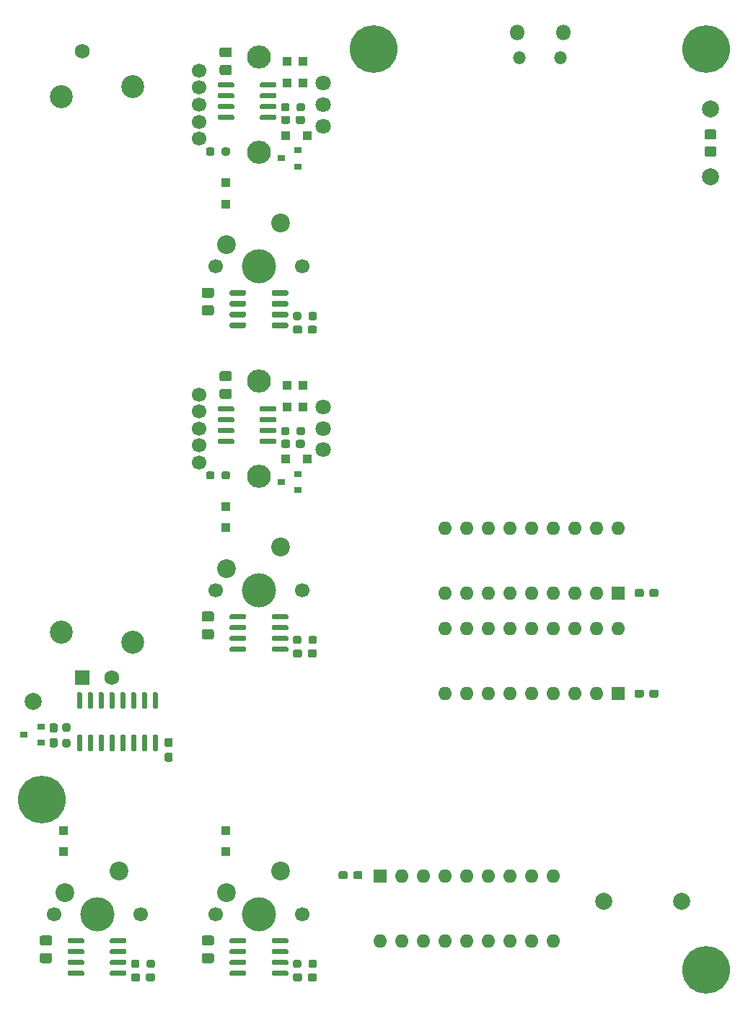
<source format=gbs>
%TF.GenerationSoftware,KiCad,Pcbnew,5.1.9-73d0e3b20d~88~ubuntu20.04.1*%
%TF.CreationDate,2021-03-17T19:49:15+01:00*%
%TF.ProjectId,TestBoard,54657374-426f-4617-9264-2e6b69636164,rev?*%
%TF.SameCoordinates,Original*%
%TF.FileFunction,Soldermask,Bot*%
%TF.FilePolarity,Negative*%
%FSLAX46Y46*%
G04 Gerber Fmt 4.6, Leading zero omitted, Abs format (unit mm)*
G04 Created by KiCad (PCBNEW 5.1.9-73d0e3b20d~88~ubuntu20.04.1) date 2021-03-17 19:49:15*
%MOMM*%
%LPD*%
G01*
G04 APERTURE LIST*
%ADD10O,1.500000X1.500000*%
%ADD11O,1.800000X1.800000*%
%ADD12O,1.600000X1.600000*%
%ADD13R,1.600000X1.600000*%
%ADD14C,5.600000*%
%ADD15R,0.900000X0.800000*%
%ADD16C,2.000000*%
%ADD17C,1.700000*%
%ADD18C,4.000000*%
%ADD19C,2.200000*%
%ADD20O,2.800000X2.700000*%
%ADD21C,1.800000*%
%ADD22C,2.700000*%
%ADD23C,1.750000*%
%ADD24R,1.750000X1.750000*%
%ADD25R,1.000000X1.000000*%
G04 APERTURE END LIST*
D10*
%TO.C,U6*%
X129425000Y-74530000D03*
X124575000Y-74530000D03*
D11*
X129725000Y-71500000D03*
X124275000Y-71500000D03*
%TD*%
D12*
%TO.C,U2*%
X136200000Y-129680000D03*
X115880000Y-137300000D03*
X133660000Y-129680000D03*
X118420000Y-137300000D03*
X131120000Y-129680000D03*
X120960000Y-137300000D03*
X128580000Y-129680000D03*
X123500000Y-137300000D03*
X126040000Y-129680000D03*
X126040000Y-137300000D03*
X123500000Y-129680000D03*
X128580000Y-137300000D03*
X120960000Y-129680000D03*
X131120000Y-137300000D03*
X118420000Y-129680000D03*
X133660000Y-137300000D03*
X115880000Y-129680000D03*
D13*
X136200000Y-137300000D03*
%TD*%
D14*
%TO.C,REF\u002A\u002A*%
X68500000Y-161500000D03*
%TD*%
%TO.C,REF\u002A\u002A*%
X107500000Y-73500000D03*
%TD*%
%TO.C,REF\u002A\u002A*%
X146500000Y-181500000D03*
%TD*%
%TO.C,REF\u002A\u002A*%
X146500000Y-73500000D03*
%TD*%
%TO.C,C17*%
G36*
G01*
X83637500Y-155375000D02*
X83162500Y-155375000D01*
G75*
G02*
X82925000Y-155137500I0J237500D01*
G01*
X82925000Y-154537500D01*
G75*
G02*
X83162500Y-154300000I237500J0D01*
G01*
X83637500Y-154300000D01*
G75*
G02*
X83875000Y-154537500I0J-237500D01*
G01*
X83875000Y-155137500D01*
G75*
G02*
X83637500Y-155375000I-237500J0D01*
G01*
G37*
G36*
G01*
X83637500Y-157100000D02*
X83162500Y-157100000D01*
G75*
G02*
X82925000Y-156862500I0J237500D01*
G01*
X82925000Y-156262500D01*
G75*
G02*
X83162500Y-156025000I237500J0D01*
G01*
X83637500Y-156025000D01*
G75*
G02*
X83875000Y-156262500I0J-237500D01*
G01*
X83875000Y-156862500D01*
G75*
G02*
X83637500Y-157100000I-237500J0D01*
G01*
G37*
%TD*%
%TO.C,U12*%
G36*
G01*
X95500000Y-182055000D02*
X95500000Y-181755000D01*
G75*
G02*
X95650000Y-181605000I150000J0D01*
G01*
X97300000Y-181605000D01*
G75*
G02*
X97450000Y-181755000I0J-150000D01*
G01*
X97450000Y-182055000D01*
G75*
G02*
X97300000Y-182205000I-150000J0D01*
G01*
X95650000Y-182205000D01*
G75*
G02*
X95500000Y-182055000I0J150000D01*
G01*
G37*
G36*
G01*
X95500000Y-180785000D02*
X95500000Y-180485000D01*
G75*
G02*
X95650000Y-180335000I150000J0D01*
G01*
X97300000Y-180335000D01*
G75*
G02*
X97450000Y-180485000I0J-150000D01*
G01*
X97450000Y-180785000D01*
G75*
G02*
X97300000Y-180935000I-150000J0D01*
G01*
X95650000Y-180935000D01*
G75*
G02*
X95500000Y-180785000I0J150000D01*
G01*
G37*
G36*
G01*
X95500000Y-179515000D02*
X95500000Y-179215000D01*
G75*
G02*
X95650000Y-179065000I150000J0D01*
G01*
X97300000Y-179065000D01*
G75*
G02*
X97450000Y-179215000I0J-150000D01*
G01*
X97450000Y-179515000D01*
G75*
G02*
X97300000Y-179665000I-150000J0D01*
G01*
X95650000Y-179665000D01*
G75*
G02*
X95500000Y-179515000I0J150000D01*
G01*
G37*
G36*
G01*
X95500000Y-178245000D02*
X95500000Y-177945000D01*
G75*
G02*
X95650000Y-177795000I150000J0D01*
G01*
X97300000Y-177795000D01*
G75*
G02*
X97450000Y-177945000I0J-150000D01*
G01*
X97450000Y-178245000D01*
G75*
G02*
X97300000Y-178395000I-150000J0D01*
G01*
X95650000Y-178395000D01*
G75*
G02*
X95500000Y-178245000I0J150000D01*
G01*
G37*
G36*
G01*
X90550000Y-178245000D02*
X90550000Y-177945000D01*
G75*
G02*
X90700000Y-177795000I150000J0D01*
G01*
X92350000Y-177795000D01*
G75*
G02*
X92500000Y-177945000I0J-150000D01*
G01*
X92500000Y-178245000D01*
G75*
G02*
X92350000Y-178395000I-150000J0D01*
G01*
X90700000Y-178395000D01*
G75*
G02*
X90550000Y-178245000I0J150000D01*
G01*
G37*
G36*
G01*
X90550000Y-179515000D02*
X90550000Y-179215000D01*
G75*
G02*
X90700000Y-179065000I150000J0D01*
G01*
X92350000Y-179065000D01*
G75*
G02*
X92500000Y-179215000I0J-150000D01*
G01*
X92500000Y-179515000D01*
G75*
G02*
X92350000Y-179665000I-150000J0D01*
G01*
X90700000Y-179665000D01*
G75*
G02*
X90550000Y-179515000I0J150000D01*
G01*
G37*
G36*
G01*
X90550000Y-180785000D02*
X90550000Y-180485000D01*
G75*
G02*
X90700000Y-180335000I150000J0D01*
G01*
X92350000Y-180335000D01*
G75*
G02*
X92500000Y-180485000I0J-150000D01*
G01*
X92500000Y-180785000D01*
G75*
G02*
X92350000Y-180935000I-150000J0D01*
G01*
X90700000Y-180935000D01*
G75*
G02*
X90550000Y-180785000I0J150000D01*
G01*
G37*
G36*
G01*
X90550000Y-182055000D02*
X90550000Y-181755000D01*
G75*
G02*
X90700000Y-181605000I150000J0D01*
G01*
X92350000Y-181605000D01*
G75*
G02*
X92500000Y-181755000I0J-150000D01*
G01*
X92500000Y-182055000D01*
G75*
G02*
X92350000Y-182205000I-150000J0D01*
G01*
X90700000Y-182205000D01*
G75*
G02*
X90550000Y-182055000I0J150000D01*
G01*
G37*
%TD*%
%TO.C,U11*%
G36*
G01*
X76500000Y-182055000D02*
X76500000Y-181755000D01*
G75*
G02*
X76650000Y-181605000I150000J0D01*
G01*
X78300000Y-181605000D01*
G75*
G02*
X78450000Y-181755000I0J-150000D01*
G01*
X78450000Y-182055000D01*
G75*
G02*
X78300000Y-182205000I-150000J0D01*
G01*
X76650000Y-182205000D01*
G75*
G02*
X76500000Y-182055000I0J150000D01*
G01*
G37*
G36*
G01*
X76500000Y-180785000D02*
X76500000Y-180485000D01*
G75*
G02*
X76650000Y-180335000I150000J0D01*
G01*
X78300000Y-180335000D01*
G75*
G02*
X78450000Y-180485000I0J-150000D01*
G01*
X78450000Y-180785000D01*
G75*
G02*
X78300000Y-180935000I-150000J0D01*
G01*
X76650000Y-180935000D01*
G75*
G02*
X76500000Y-180785000I0J150000D01*
G01*
G37*
G36*
G01*
X76500000Y-179515000D02*
X76500000Y-179215000D01*
G75*
G02*
X76650000Y-179065000I150000J0D01*
G01*
X78300000Y-179065000D01*
G75*
G02*
X78450000Y-179215000I0J-150000D01*
G01*
X78450000Y-179515000D01*
G75*
G02*
X78300000Y-179665000I-150000J0D01*
G01*
X76650000Y-179665000D01*
G75*
G02*
X76500000Y-179515000I0J150000D01*
G01*
G37*
G36*
G01*
X76500000Y-178245000D02*
X76500000Y-177945000D01*
G75*
G02*
X76650000Y-177795000I150000J0D01*
G01*
X78300000Y-177795000D01*
G75*
G02*
X78450000Y-177945000I0J-150000D01*
G01*
X78450000Y-178245000D01*
G75*
G02*
X78300000Y-178395000I-150000J0D01*
G01*
X76650000Y-178395000D01*
G75*
G02*
X76500000Y-178245000I0J150000D01*
G01*
G37*
G36*
G01*
X71550000Y-178245000D02*
X71550000Y-177945000D01*
G75*
G02*
X71700000Y-177795000I150000J0D01*
G01*
X73350000Y-177795000D01*
G75*
G02*
X73500000Y-177945000I0J-150000D01*
G01*
X73500000Y-178245000D01*
G75*
G02*
X73350000Y-178395000I-150000J0D01*
G01*
X71700000Y-178395000D01*
G75*
G02*
X71550000Y-178245000I0J150000D01*
G01*
G37*
G36*
G01*
X71550000Y-179515000D02*
X71550000Y-179215000D01*
G75*
G02*
X71700000Y-179065000I150000J0D01*
G01*
X73350000Y-179065000D01*
G75*
G02*
X73500000Y-179215000I0J-150000D01*
G01*
X73500000Y-179515000D01*
G75*
G02*
X73350000Y-179665000I-150000J0D01*
G01*
X71700000Y-179665000D01*
G75*
G02*
X71550000Y-179515000I0J150000D01*
G01*
G37*
G36*
G01*
X71550000Y-180785000D02*
X71550000Y-180485000D01*
G75*
G02*
X71700000Y-180335000I150000J0D01*
G01*
X73350000Y-180335000D01*
G75*
G02*
X73500000Y-180485000I0J-150000D01*
G01*
X73500000Y-180785000D01*
G75*
G02*
X73350000Y-180935000I-150000J0D01*
G01*
X71700000Y-180935000D01*
G75*
G02*
X71550000Y-180785000I0J150000D01*
G01*
G37*
G36*
G01*
X71550000Y-182055000D02*
X71550000Y-181755000D01*
G75*
G02*
X71700000Y-181605000I150000J0D01*
G01*
X73350000Y-181605000D01*
G75*
G02*
X73500000Y-181755000I0J-150000D01*
G01*
X73500000Y-182055000D01*
G75*
G02*
X73350000Y-182205000I-150000J0D01*
G01*
X71700000Y-182205000D01*
G75*
G02*
X71550000Y-182055000I0J150000D01*
G01*
G37*
%TD*%
%TO.C,U10*%
G36*
G01*
X94100000Y-81655000D02*
X94100000Y-81355000D01*
G75*
G02*
X94250000Y-81205000I150000J0D01*
G01*
X95900000Y-81205000D01*
G75*
G02*
X96050000Y-81355000I0J-150000D01*
G01*
X96050000Y-81655000D01*
G75*
G02*
X95900000Y-81805000I-150000J0D01*
G01*
X94250000Y-81805000D01*
G75*
G02*
X94100000Y-81655000I0J150000D01*
G01*
G37*
G36*
G01*
X94100000Y-80385000D02*
X94100000Y-80085000D01*
G75*
G02*
X94250000Y-79935000I150000J0D01*
G01*
X95900000Y-79935000D01*
G75*
G02*
X96050000Y-80085000I0J-150000D01*
G01*
X96050000Y-80385000D01*
G75*
G02*
X95900000Y-80535000I-150000J0D01*
G01*
X94250000Y-80535000D01*
G75*
G02*
X94100000Y-80385000I0J150000D01*
G01*
G37*
G36*
G01*
X94100000Y-79115000D02*
X94100000Y-78815000D01*
G75*
G02*
X94250000Y-78665000I150000J0D01*
G01*
X95900000Y-78665000D01*
G75*
G02*
X96050000Y-78815000I0J-150000D01*
G01*
X96050000Y-79115000D01*
G75*
G02*
X95900000Y-79265000I-150000J0D01*
G01*
X94250000Y-79265000D01*
G75*
G02*
X94100000Y-79115000I0J150000D01*
G01*
G37*
G36*
G01*
X94100000Y-77845000D02*
X94100000Y-77545000D01*
G75*
G02*
X94250000Y-77395000I150000J0D01*
G01*
X95900000Y-77395000D01*
G75*
G02*
X96050000Y-77545000I0J-150000D01*
G01*
X96050000Y-77845000D01*
G75*
G02*
X95900000Y-77995000I-150000J0D01*
G01*
X94250000Y-77995000D01*
G75*
G02*
X94100000Y-77845000I0J150000D01*
G01*
G37*
G36*
G01*
X89150000Y-77845000D02*
X89150000Y-77545000D01*
G75*
G02*
X89300000Y-77395000I150000J0D01*
G01*
X90950000Y-77395000D01*
G75*
G02*
X91100000Y-77545000I0J-150000D01*
G01*
X91100000Y-77845000D01*
G75*
G02*
X90950000Y-77995000I-150000J0D01*
G01*
X89300000Y-77995000D01*
G75*
G02*
X89150000Y-77845000I0J150000D01*
G01*
G37*
G36*
G01*
X89150000Y-79115000D02*
X89150000Y-78815000D01*
G75*
G02*
X89300000Y-78665000I150000J0D01*
G01*
X90950000Y-78665000D01*
G75*
G02*
X91100000Y-78815000I0J-150000D01*
G01*
X91100000Y-79115000D01*
G75*
G02*
X90950000Y-79265000I-150000J0D01*
G01*
X89300000Y-79265000D01*
G75*
G02*
X89150000Y-79115000I0J150000D01*
G01*
G37*
G36*
G01*
X89150000Y-80385000D02*
X89150000Y-80085000D01*
G75*
G02*
X89300000Y-79935000I150000J0D01*
G01*
X90950000Y-79935000D01*
G75*
G02*
X91100000Y-80085000I0J-150000D01*
G01*
X91100000Y-80385000D01*
G75*
G02*
X90950000Y-80535000I-150000J0D01*
G01*
X89300000Y-80535000D01*
G75*
G02*
X89150000Y-80385000I0J150000D01*
G01*
G37*
G36*
G01*
X89150000Y-81655000D02*
X89150000Y-81355000D01*
G75*
G02*
X89300000Y-81205000I150000J0D01*
G01*
X90950000Y-81205000D01*
G75*
G02*
X91100000Y-81355000I0J-150000D01*
G01*
X91100000Y-81655000D01*
G75*
G02*
X90950000Y-81805000I-150000J0D01*
G01*
X89300000Y-81805000D01*
G75*
G02*
X89150000Y-81655000I0J150000D01*
G01*
G37*
%TD*%
%TO.C,U9*%
G36*
G01*
X95500000Y-106055000D02*
X95500000Y-105755000D01*
G75*
G02*
X95650000Y-105605000I150000J0D01*
G01*
X97300000Y-105605000D01*
G75*
G02*
X97450000Y-105755000I0J-150000D01*
G01*
X97450000Y-106055000D01*
G75*
G02*
X97300000Y-106205000I-150000J0D01*
G01*
X95650000Y-106205000D01*
G75*
G02*
X95500000Y-106055000I0J150000D01*
G01*
G37*
G36*
G01*
X95500000Y-104785000D02*
X95500000Y-104485000D01*
G75*
G02*
X95650000Y-104335000I150000J0D01*
G01*
X97300000Y-104335000D01*
G75*
G02*
X97450000Y-104485000I0J-150000D01*
G01*
X97450000Y-104785000D01*
G75*
G02*
X97300000Y-104935000I-150000J0D01*
G01*
X95650000Y-104935000D01*
G75*
G02*
X95500000Y-104785000I0J150000D01*
G01*
G37*
G36*
G01*
X95500000Y-103515000D02*
X95500000Y-103215000D01*
G75*
G02*
X95650000Y-103065000I150000J0D01*
G01*
X97300000Y-103065000D01*
G75*
G02*
X97450000Y-103215000I0J-150000D01*
G01*
X97450000Y-103515000D01*
G75*
G02*
X97300000Y-103665000I-150000J0D01*
G01*
X95650000Y-103665000D01*
G75*
G02*
X95500000Y-103515000I0J150000D01*
G01*
G37*
G36*
G01*
X95500000Y-102245000D02*
X95500000Y-101945000D01*
G75*
G02*
X95650000Y-101795000I150000J0D01*
G01*
X97300000Y-101795000D01*
G75*
G02*
X97450000Y-101945000I0J-150000D01*
G01*
X97450000Y-102245000D01*
G75*
G02*
X97300000Y-102395000I-150000J0D01*
G01*
X95650000Y-102395000D01*
G75*
G02*
X95500000Y-102245000I0J150000D01*
G01*
G37*
G36*
G01*
X90550000Y-102245000D02*
X90550000Y-101945000D01*
G75*
G02*
X90700000Y-101795000I150000J0D01*
G01*
X92350000Y-101795000D01*
G75*
G02*
X92500000Y-101945000I0J-150000D01*
G01*
X92500000Y-102245000D01*
G75*
G02*
X92350000Y-102395000I-150000J0D01*
G01*
X90700000Y-102395000D01*
G75*
G02*
X90550000Y-102245000I0J150000D01*
G01*
G37*
G36*
G01*
X90550000Y-103515000D02*
X90550000Y-103215000D01*
G75*
G02*
X90700000Y-103065000I150000J0D01*
G01*
X92350000Y-103065000D01*
G75*
G02*
X92500000Y-103215000I0J-150000D01*
G01*
X92500000Y-103515000D01*
G75*
G02*
X92350000Y-103665000I-150000J0D01*
G01*
X90700000Y-103665000D01*
G75*
G02*
X90550000Y-103515000I0J150000D01*
G01*
G37*
G36*
G01*
X90550000Y-104785000D02*
X90550000Y-104485000D01*
G75*
G02*
X90700000Y-104335000I150000J0D01*
G01*
X92350000Y-104335000D01*
G75*
G02*
X92500000Y-104485000I0J-150000D01*
G01*
X92500000Y-104785000D01*
G75*
G02*
X92350000Y-104935000I-150000J0D01*
G01*
X90700000Y-104935000D01*
G75*
G02*
X90550000Y-104785000I0J150000D01*
G01*
G37*
G36*
G01*
X90550000Y-106055000D02*
X90550000Y-105755000D01*
G75*
G02*
X90700000Y-105605000I150000J0D01*
G01*
X92350000Y-105605000D01*
G75*
G02*
X92500000Y-105755000I0J-150000D01*
G01*
X92500000Y-106055000D01*
G75*
G02*
X92350000Y-106205000I-150000J0D01*
G01*
X90700000Y-106205000D01*
G75*
G02*
X90550000Y-106055000I0J150000D01*
G01*
G37*
%TD*%
%TO.C,U8*%
G36*
G01*
X94100000Y-119655000D02*
X94100000Y-119355000D01*
G75*
G02*
X94250000Y-119205000I150000J0D01*
G01*
X95900000Y-119205000D01*
G75*
G02*
X96050000Y-119355000I0J-150000D01*
G01*
X96050000Y-119655000D01*
G75*
G02*
X95900000Y-119805000I-150000J0D01*
G01*
X94250000Y-119805000D01*
G75*
G02*
X94100000Y-119655000I0J150000D01*
G01*
G37*
G36*
G01*
X94100000Y-118385000D02*
X94100000Y-118085000D01*
G75*
G02*
X94250000Y-117935000I150000J0D01*
G01*
X95900000Y-117935000D01*
G75*
G02*
X96050000Y-118085000I0J-150000D01*
G01*
X96050000Y-118385000D01*
G75*
G02*
X95900000Y-118535000I-150000J0D01*
G01*
X94250000Y-118535000D01*
G75*
G02*
X94100000Y-118385000I0J150000D01*
G01*
G37*
G36*
G01*
X94100000Y-117115000D02*
X94100000Y-116815000D01*
G75*
G02*
X94250000Y-116665000I150000J0D01*
G01*
X95900000Y-116665000D01*
G75*
G02*
X96050000Y-116815000I0J-150000D01*
G01*
X96050000Y-117115000D01*
G75*
G02*
X95900000Y-117265000I-150000J0D01*
G01*
X94250000Y-117265000D01*
G75*
G02*
X94100000Y-117115000I0J150000D01*
G01*
G37*
G36*
G01*
X94100000Y-115845000D02*
X94100000Y-115545000D01*
G75*
G02*
X94250000Y-115395000I150000J0D01*
G01*
X95900000Y-115395000D01*
G75*
G02*
X96050000Y-115545000I0J-150000D01*
G01*
X96050000Y-115845000D01*
G75*
G02*
X95900000Y-115995000I-150000J0D01*
G01*
X94250000Y-115995000D01*
G75*
G02*
X94100000Y-115845000I0J150000D01*
G01*
G37*
G36*
G01*
X89150000Y-115845000D02*
X89150000Y-115545000D01*
G75*
G02*
X89300000Y-115395000I150000J0D01*
G01*
X90950000Y-115395000D01*
G75*
G02*
X91100000Y-115545000I0J-150000D01*
G01*
X91100000Y-115845000D01*
G75*
G02*
X90950000Y-115995000I-150000J0D01*
G01*
X89300000Y-115995000D01*
G75*
G02*
X89150000Y-115845000I0J150000D01*
G01*
G37*
G36*
G01*
X89150000Y-117115000D02*
X89150000Y-116815000D01*
G75*
G02*
X89300000Y-116665000I150000J0D01*
G01*
X90950000Y-116665000D01*
G75*
G02*
X91100000Y-116815000I0J-150000D01*
G01*
X91100000Y-117115000D01*
G75*
G02*
X90950000Y-117265000I-150000J0D01*
G01*
X89300000Y-117265000D01*
G75*
G02*
X89150000Y-117115000I0J150000D01*
G01*
G37*
G36*
G01*
X89150000Y-118385000D02*
X89150000Y-118085000D01*
G75*
G02*
X89300000Y-117935000I150000J0D01*
G01*
X90950000Y-117935000D01*
G75*
G02*
X91100000Y-118085000I0J-150000D01*
G01*
X91100000Y-118385000D01*
G75*
G02*
X90950000Y-118535000I-150000J0D01*
G01*
X89300000Y-118535000D01*
G75*
G02*
X89150000Y-118385000I0J150000D01*
G01*
G37*
G36*
G01*
X89150000Y-119655000D02*
X89150000Y-119355000D01*
G75*
G02*
X89300000Y-119205000I150000J0D01*
G01*
X90950000Y-119205000D01*
G75*
G02*
X91100000Y-119355000I0J-150000D01*
G01*
X91100000Y-119655000D01*
G75*
G02*
X90950000Y-119805000I-150000J0D01*
G01*
X89300000Y-119805000D01*
G75*
G02*
X89150000Y-119655000I0J150000D01*
G01*
G37*
%TD*%
%TO.C,U7*%
G36*
G01*
X95500000Y-144055000D02*
X95500000Y-143755000D01*
G75*
G02*
X95650000Y-143605000I150000J0D01*
G01*
X97300000Y-143605000D01*
G75*
G02*
X97450000Y-143755000I0J-150000D01*
G01*
X97450000Y-144055000D01*
G75*
G02*
X97300000Y-144205000I-150000J0D01*
G01*
X95650000Y-144205000D01*
G75*
G02*
X95500000Y-144055000I0J150000D01*
G01*
G37*
G36*
G01*
X95500000Y-142785000D02*
X95500000Y-142485000D01*
G75*
G02*
X95650000Y-142335000I150000J0D01*
G01*
X97300000Y-142335000D01*
G75*
G02*
X97450000Y-142485000I0J-150000D01*
G01*
X97450000Y-142785000D01*
G75*
G02*
X97300000Y-142935000I-150000J0D01*
G01*
X95650000Y-142935000D01*
G75*
G02*
X95500000Y-142785000I0J150000D01*
G01*
G37*
G36*
G01*
X95500000Y-141515000D02*
X95500000Y-141215000D01*
G75*
G02*
X95650000Y-141065000I150000J0D01*
G01*
X97300000Y-141065000D01*
G75*
G02*
X97450000Y-141215000I0J-150000D01*
G01*
X97450000Y-141515000D01*
G75*
G02*
X97300000Y-141665000I-150000J0D01*
G01*
X95650000Y-141665000D01*
G75*
G02*
X95500000Y-141515000I0J150000D01*
G01*
G37*
G36*
G01*
X95500000Y-140245000D02*
X95500000Y-139945000D01*
G75*
G02*
X95650000Y-139795000I150000J0D01*
G01*
X97300000Y-139795000D01*
G75*
G02*
X97450000Y-139945000I0J-150000D01*
G01*
X97450000Y-140245000D01*
G75*
G02*
X97300000Y-140395000I-150000J0D01*
G01*
X95650000Y-140395000D01*
G75*
G02*
X95500000Y-140245000I0J150000D01*
G01*
G37*
G36*
G01*
X90550000Y-140245000D02*
X90550000Y-139945000D01*
G75*
G02*
X90700000Y-139795000I150000J0D01*
G01*
X92350000Y-139795000D01*
G75*
G02*
X92500000Y-139945000I0J-150000D01*
G01*
X92500000Y-140245000D01*
G75*
G02*
X92350000Y-140395000I-150000J0D01*
G01*
X90700000Y-140395000D01*
G75*
G02*
X90550000Y-140245000I0J150000D01*
G01*
G37*
G36*
G01*
X90550000Y-141515000D02*
X90550000Y-141215000D01*
G75*
G02*
X90700000Y-141065000I150000J0D01*
G01*
X92350000Y-141065000D01*
G75*
G02*
X92500000Y-141215000I0J-150000D01*
G01*
X92500000Y-141515000D01*
G75*
G02*
X92350000Y-141665000I-150000J0D01*
G01*
X90700000Y-141665000D01*
G75*
G02*
X90550000Y-141515000I0J150000D01*
G01*
G37*
G36*
G01*
X90550000Y-142785000D02*
X90550000Y-142485000D01*
G75*
G02*
X90700000Y-142335000I150000J0D01*
G01*
X92350000Y-142335000D01*
G75*
G02*
X92500000Y-142485000I0J-150000D01*
G01*
X92500000Y-142785000D01*
G75*
G02*
X92350000Y-142935000I-150000J0D01*
G01*
X90700000Y-142935000D01*
G75*
G02*
X90550000Y-142785000I0J150000D01*
G01*
G37*
G36*
G01*
X90550000Y-144055000D02*
X90550000Y-143755000D01*
G75*
G02*
X90700000Y-143605000I150000J0D01*
G01*
X92350000Y-143605000D01*
G75*
G02*
X92500000Y-143755000I0J-150000D01*
G01*
X92500000Y-144055000D01*
G75*
G02*
X92350000Y-144205000I-150000J0D01*
G01*
X90700000Y-144205000D01*
G75*
G02*
X90550000Y-144055000I0J150000D01*
G01*
G37*
%TD*%
D12*
%TO.C,U5*%
X136200000Y-141480000D03*
X115880000Y-149100000D03*
X133660000Y-141480000D03*
X118420000Y-149100000D03*
X131120000Y-141480000D03*
X120960000Y-149100000D03*
X128580000Y-141480000D03*
X123500000Y-149100000D03*
X126040000Y-141480000D03*
X126040000Y-149100000D03*
X123500000Y-141480000D03*
X128580000Y-149100000D03*
X120960000Y-141480000D03*
X131120000Y-149100000D03*
X118420000Y-141480000D03*
X133660000Y-149100000D03*
X115880000Y-141480000D03*
D13*
X136200000Y-149100000D03*
%TD*%
%TO.C,U4*%
G36*
G01*
X72805000Y-153900000D02*
X73105000Y-153900000D01*
G75*
G02*
X73255000Y-154050000I0J-150000D01*
G01*
X73255000Y-155700000D01*
G75*
G02*
X73105000Y-155850000I-150000J0D01*
G01*
X72805000Y-155850000D01*
G75*
G02*
X72655000Y-155700000I0J150000D01*
G01*
X72655000Y-154050000D01*
G75*
G02*
X72805000Y-153900000I150000J0D01*
G01*
G37*
G36*
G01*
X74075000Y-153900000D02*
X74375000Y-153900000D01*
G75*
G02*
X74525000Y-154050000I0J-150000D01*
G01*
X74525000Y-155700000D01*
G75*
G02*
X74375000Y-155850000I-150000J0D01*
G01*
X74075000Y-155850000D01*
G75*
G02*
X73925000Y-155700000I0J150000D01*
G01*
X73925000Y-154050000D01*
G75*
G02*
X74075000Y-153900000I150000J0D01*
G01*
G37*
G36*
G01*
X75345000Y-153900000D02*
X75645000Y-153900000D01*
G75*
G02*
X75795000Y-154050000I0J-150000D01*
G01*
X75795000Y-155700000D01*
G75*
G02*
X75645000Y-155850000I-150000J0D01*
G01*
X75345000Y-155850000D01*
G75*
G02*
X75195000Y-155700000I0J150000D01*
G01*
X75195000Y-154050000D01*
G75*
G02*
X75345000Y-153900000I150000J0D01*
G01*
G37*
G36*
G01*
X76615000Y-153900000D02*
X76915000Y-153900000D01*
G75*
G02*
X77065000Y-154050000I0J-150000D01*
G01*
X77065000Y-155700000D01*
G75*
G02*
X76915000Y-155850000I-150000J0D01*
G01*
X76615000Y-155850000D01*
G75*
G02*
X76465000Y-155700000I0J150000D01*
G01*
X76465000Y-154050000D01*
G75*
G02*
X76615000Y-153900000I150000J0D01*
G01*
G37*
G36*
G01*
X77885000Y-153900000D02*
X78185000Y-153900000D01*
G75*
G02*
X78335000Y-154050000I0J-150000D01*
G01*
X78335000Y-155700000D01*
G75*
G02*
X78185000Y-155850000I-150000J0D01*
G01*
X77885000Y-155850000D01*
G75*
G02*
X77735000Y-155700000I0J150000D01*
G01*
X77735000Y-154050000D01*
G75*
G02*
X77885000Y-153900000I150000J0D01*
G01*
G37*
G36*
G01*
X79155000Y-153900000D02*
X79455000Y-153900000D01*
G75*
G02*
X79605000Y-154050000I0J-150000D01*
G01*
X79605000Y-155700000D01*
G75*
G02*
X79455000Y-155850000I-150000J0D01*
G01*
X79155000Y-155850000D01*
G75*
G02*
X79005000Y-155700000I0J150000D01*
G01*
X79005000Y-154050000D01*
G75*
G02*
X79155000Y-153900000I150000J0D01*
G01*
G37*
G36*
G01*
X80425000Y-153900000D02*
X80725000Y-153900000D01*
G75*
G02*
X80875000Y-154050000I0J-150000D01*
G01*
X80875000Y-155700000D01*
G75*
G02*
X80725000Y-155850000I-150000J0D01*
G01*
X80425000Y-155850000D01*
G75*
G02*
X80275000Y-155700000I0J150000D01*
G01*
X80275000Y-154050000D01*
G75*
G02*
X80425000Y-153900000I150000J0D01*
G01*
G37*
G36*
G01*
X81695000Y-153900000D02*
X81995000Y-153900000D01*
G75*
G02*
X82145000Y-154050000I0J-150000D01*
G01*
X82145000Y-155700000D01*
G75*
G02*
X81995000Y-155850000I-150000J0D01*
G01*
X81695000Y-155850000D01*
G75*
G02*
X81545000Y-155700000I0J150000D01*
G01*
X81545000Y-154050000D01*
G75*
G02*
X81695000Y-153900000I150000J0D01*
G01*
G37*
G36*
G01*
X81695000Y-148950000D02*
X81995000Y-148950000D01*
G75*
G02*
X82145000Y-149100000I0J-150000D01*
G01*
X82145000Y-150750000D01*
G75*
G02*
X81995000Y-150900000I-150000J0D01*
G01*
X81695000Y-150900000D01*
G75*
G02*
X81545000Y-150750000I0J150000D01*
G01*
X81545000Y-149100000D01*
G75*
G02*
X81695000Y-148950000I150000J0D01*
G01*
G37*
G36*
G01*
X80425000Y-148950000D02*
X80725000Y-148950000D01*
G75*
G02*
X80875000Y-149100000I0J-150000D01*
G01*
X80875000Y-150750000D01*
G75*
G02*
X80725000Y-150900000I-150000J0D01*
G01*
X80425000Y-150900000D01*
G75*
G02*
X80275000Y-150750000I0J150000D01*
G01*
X80275000Y-149100000D01*
G75*
G02*
X80425000Y-148950000I150000J0D01*
G01*
G37*
G36*
G01*
X79155000Y-148950000D02*
X79455000Y-148950000D01*
G75*
G02*
X79605000Y-149100000I0J-150000D01*
G01*
X79605000Y-150750000D01*
G75*
G02*
X79455000Y-150900000I-150000J0D01*
G01*
X79155000Y-150900000D01*
G75*
G02*
X79005000Y-150750000I0J150000D01*
G01*
X79005000Y-149100000D01*
G75*
G02*
X79155000Y-148950000I150000J0D01*
G01*
G37*
G36*
G01*
X77885000Y-148950000D02*
X78185000Y-148950000D01*
G75*
G02*
X78335000Y-149100000I0J-150000D01*
G01*
X78335000Y-150750000D01*
G75*
G02*
X78185000Y-150900000I-150000J0D01*
G01*
X77885000Y-150900000D01*
G75*
G02*
X77735000Y-150750000I0J150000D01*
G01*
X77735000Y-149100000D01*
G75*
G02*
X77885000Y-148950000I150000J0D01*
G01*
G37*
G36*
G01*
X76615000Y-148950000D02*
X76915000Y-148950000D01*
G75*
G02*
X77065000Y-149100000I0J-150000D01*
G01*
X77065000Y-150750000D01*
G75*
G02*
X76915000Y-150900000I-150000J0D01*
G01*
X76615000Y-150900000D01*
G75*
G02*
X76465000Y-150750000I0J150000D01*
G01*
X76465000Y-149100000D01*
G75*
G02*
X76615000Y-148950000I150000J0D01*
G01*
G37*
G36*
G01*
X75345000Y-148950000D02*
X75645000Y-148950000D01*
G75*
G02*
X75795000Y-149100000I0J-150000D01*
G01*
X75795000Y-150750000D01*
G75*
G02*
X75645000Y-150900000I-150000J0D01*
G01*
X75345000Y-150900000D01*
G75*
G02*
X75195000Y-150750000I0J150000D01*
G01*
X75195000Y-149100000D01*
G75*
G02*
X75345000Y-148950000I150000J0D01*
G01*
G37*
G36*
G01*
X74075000Y-148950000D02*
X74375000Y-148950000D01*
G75*
G02*
X74525000Y-149100000I0J-150000D01*
G01*
X74525000Y-150750000D01*
G75*
G02*
X74375000Y-150900000I-150000J0D01*
G01*
X74075000Y-150900000D01*
G75*
G02*
X73925000Y-150750000I0J150000D01*
G01*
X73925000Y-149100000D01*
G75*
G02*
X74075000Y-148950000I150000J0D01*
G01*
G37*
G36*
G01*
X72805000Y-148950000D02*
X73105000Y-148950000D01*
G75*
G02*
X73255000Y-149100000I0J-150000D01*
G01*
X73255000Y-150750000D01*
G75*
G02*
X73105000Y-150900000I-150000J0D01*
G01*
X72805000Y-150900000D01*
G75*
G02*
X72655000Y-150750000I0J150000D01*
G01*
X72655000Y-149100000D01*
G75*
G02*
X72805000Y-148950000I150000J0D01*
G01*
G37*
%TD*%
D12*
%TO.C,U3*%
X108200000Y-178120000D03*
X128520000Y-170500000D03*
X110740000Y-178120000D03*
X125980000Y-170500000D03*
X113280000Y-178120000D03*
X123440000Y-170500000D03*
X115820000Y-178120000D03*
X120900000Y-170500000D03*
X118360000Y-178120000D03*
X118360000Y-170500000D03*
X120900000Y-178120000D03*
X115820000Y-170500000D03*
X123440000Y-178120000D03*
X113280000Y-170500000D03*
X125980000Y-178120000D03*
X110740000Y-170500000D03*
X128520000Y-178120000D03*
D13*
X108200000Y-170500000D03*
%TD*%
D15*
%TO.C,U1*%
X66400000Y-153900000D03*
X68400000Y-154850000D03*
X68400000Y-152950000D03*
%TD*%
D16*
%TO.C,TP5*%
X143600000Y-173500000D03*
%TD*%
%TO.C,TP4*%
X147000000Y-88500000D03*
%TD*%
%TO.C,TP3*%
X67500000Y-150000000D03*
%TD*%
%TO.C,TP2*%
X147000000Y-80500000D03*
%TD*%
%TO.C,TP1*%
X134500000Y-173500000D03*
%TD*%
D17*
%TO.C,SW6*%
X99080000Y-175000000D03*
X88920000Y-175000000D03*
D18*
X94000000Y-175000000D03*
D19*
X90190000Y-172460000D03*
X96540000Y-169920000D03*
%TD*%
D17*
%TO.C,SW5*%
X80080000Y-175000000D03*
X69920000Y-175000000D03*
D18*
X75000000Y-175000000D03*
D19*
X71190000Y-172460000D03*
X77540000Y-169920000D03*
%TD*%
D20*
%TO.C,SW4*%
X94000000Y-74400000D03*
D17*
X87000000Y-76000000D03*
X87000000Y-78000000D03*
X87000000Y-80000000D03*
X87000000Y-82000000D03*
D20*
X94000000Y-85600000D03*
D21*
X101500000Y-77500000D03*
X101500000Y-80000000D03*
X101500000Y-82500000D03*
D17*
X87000000Y-84000000D03*
%TD*%
%TO.C,SW3*%
X99080000Y-99000000D03*
X88920000Y-99000000D03*
D18*
X94000000Y-99000000D03*
D19*
X90190000Y-96460000D03*
X96540000Y-93920000D03*
%TD*%
D20*
%TO.C,SW2*%
X94000000Y-112400000D03*
D17*
X87000000Y-114000000D03*
X87000000Y-116000000D03*
X87000000Y-118000000D03*
X87000000Y-120000000D03*
D20*
X94000000Y-123600000D03*
D21*
X101500000Y-115500000D03*
X101500000Y-118000000D03*
X101500000Y-120500000D03*
D17*
X87000000Y-122000000D03*
%TD*%
%TO.C,SW1*%
X99080000Y-137000000D03*
X88920000Y-137000000D03*
D18*
X94000000Y-137000000D03*
D19*
X90190000Y-134460000D03*
X96540000Y-131920000D03*
%TD*%
D22*
%TO.C,RV1*%
X79200000Y-77900000D03*
X79200000Y-143100000D03*
X70800000Y-79100000D03*
X70800000Y-141900000D03*
D23*
X73250000Y-73750000D03*
X76750000Y-147250000D03*
D24*
X73250000Y-147250000D03*
%TD*%
%TO.C,R10*%
G36*
G01*
X99825000Y-181037500D02*
X99825000Y-180562500D01*
G75*
G02*
X100062500Y-180325000I237500J0D01*
G01*
X100562500Y-180325000D01*
G75*
G02*
X100800000Y-180562500I0J-237500D01*
G01*
X100800000Y-181037500D01*
G75*
G02*
X100562500Y-181275000I-237500J0D01*
G01*
X100062500Y-181275000D01*
G75*
G02*
X99825000Y-181037500I0J237500D01*
G01*
G37*
G36*
G01*
X98000000Y-181037500D02*
X98000000Y-180562500D01*
G75*
G02*
X98237500Y-180325000I237500J0D01*
G01*
X98737500Y-180325000D01*
G75*
G02*
X98975000Y-180562500I0J-237500D01*
G01*
X98975000Y-181037500D01*
G75*
G02*
X98737500Y-181275000I-237500J0D01*
G01*
X98237500Y-181275000D01*
G75*
G02*
X98000000Y-181037500I0J237500D01*
G01*
G37*
%TD*%
%TO.C,R9*%
G36*
G01*
X80825000Y-181037500D02*
X80825000Y-180562500D01*
G75*
G02*
X81062500Y-180325000I237500J0D01*
G01*
X81562500Y-180325000D01*
G75*
G02*
X81800000Y-180562500I0J-237500D01*
G01*
X81800000Y-181037500D01*
G75*
G02*
X81562500Y-181275000I-237500J0D01*
G01*
X81062500Y-181275000D01*
G75*
G02*
X80825000Y-181037500I0J237500D01*
G01*
G37*
G36*
G01*
X79000000Y-181037500D02*
X79000000Y-180562500D01*
G75*
G02*
X79237500Y-180325000I237500J0D01*
G01*
X79737500Y-180325000D01*
G75*
G02*
X79975000Y-180562500I0J-237500D01*
G01*
X79975000Y-181037500D01*
G75*
G02*
X79737500Y-181275000I-237500J0D01*
G01*
X79237500Y-181275000D01*
G75*
G02*
X79000000Y-181037500I0J237500D01*
G01*
G37*
%TD*%
%TO.C,R8*%
G36*
G01*
X89625000Y-85737500D02*
X89625000Y-85262500D01*
G75*
G02*
X89862500Y-85025000I237500J0D01*
G01*
X90362500Y-85025000D01*
G75*
G02*
X90600000Y-85262500I0J-237500D01*
G01*
X90600000Y-85737500D01*
G75*
G02*
X90362500Y-85975000I-237500J0D01*
G01*
X89862500Y-85975000D01*
G75*
G02*
X89625000Y-85737500I0J237500D01*
G01*
G37*
G36*
G01*
X87800000Y-85737500D02*
X87800000Y-85262500D01*
G75*
G02*
X88037500Y-85025000I237500J0D01*
G01*
X88537500Y-85025000D01*
G75*
G02*
X88775000Y-85262500I0J-237500D01*
G01*
X88775000Y-85737500D01*
G75*
G02*
X88537500Y-85975000I-237500J0D01*
G01*
X88037500Y-85975000D01*
G75*
G02*
X87800000Y-85737500I0J237500D01*
G01*
G37*
%TD*%
%TO.C,R7*%
G36*
G01*
X98425000Y-80537500D02*
X98425000Y-80062500D01*
G75*
G02*
X98662500Y-79825000I237500J0D01*
G01*
X99162500Y-79825000D01*
G75*
G02*
X99400000Y-80062500I0J-237500D01*
G01*
X99400000Y-80537500D01*
G75*
G02*
X99162500Y-80775000I-237500J0D01*
G01*
X98662500Y-80775000D01*
G75*
G02*
X98425000Y-80537500I0J237500D01*
G01*
G37*
G36*
G01*
X96600000Y-80537500D02*
X96600000Y-80062500D01*
G75*
G02*
X96837500Y-79825000I237500J0D01*
G01*
X97337500Y-79825000D01*
G75*
G02*
X97575000Y-80062500I0J-237500D01*
G01*
X97575000Y-80537500D01*
G75*
G02*
X97337500Y-80775000I-237500J0D01*
G01*
X96837500Y-80775000D01*
G75*
G02*
X96600000Y-80537500I0J237500D01*
G01*
G37*
%TD*%
%TO.C,R6*%
G36*
G01*
X99825000Y-105037500D02*
X99825000Y-104562500D01*
G75*
G02*
X100062500Y-104325000I237500J0D01*
G01*
X100562500Y-104325000D01*
G75*
G02*
X100800000Y-104562500I0J-237500D01*
G01*
X100800000Y-105037500D01*
G75*
G02*
X100562500Y-105275000I-237500J0D01*
G01*
X100062500Y-105275000D01*
G75*
G02*
X99825000Y-105037500I0J237500D01*
G01*
G37*
G36*
G01*
X98000000Y-105037500D02*
X98000000Y-104562500D01*
G75*
G02*
X98237500Y-104325000I237500J0D01*
G01*
X98737500Y-104325000D01*
G75*
G02*
X98975000Y-104562500I0J-237500D01*
G01*
X98975000Y-105037500D01*
G75*
G02*
X98737500Y-105275000I-237500J0D01*
G01*
X98237500Y-105275000D01*
G75*
G02*
X98000000Y-105037500I0J237500D01*
G01*
G37*
%TD*%
%TO.C,R5*%
G36*
G01*
X89625000Y-123737500D02*
X89625000Y-123262500D01*
G75*
G02*
X89862500Y-123025000I237500J0D01*
G01*
X90362500Y-123025000D01*
G75*
G02*
X90600000Y-123262500I0J-237500D01*
G01*
X90600000Y-123737500D01*
G75*
G02*
X90362500Y-123975000I-237500J0D01*
G01*
X89862500Y-123975000D01*
G75*
G02*
X89625000Y-123737500I0J237500D01*
G01*
G37*
G36*
G01*
X87800000Y-123737500D02*
X87800000Y-123262500D01*
G75*
G02*
X88037500Y-123025000I237500J0D01*
G01*
X88537500Y-123025000D01*
G75*
G02*
X88775000Y-123262500I0J-237500D01*
G01*
X88775000Y-123737500D01*
G75*
G02*
X88537500Y-123975000I-237500J0D01*
G01*
X88037500Y-123975000D01*
G75*
G02*
X87800000Y-123737500I0J237500D01*
G01*
G37*
%TD*%
%TO.C,R4*%
G36*
G01*
X98425000Y-118537500D02*
X98425000Y-118062500D01*
G75*
G02*
X98662500Y-117825000I237500J0D01*
G01*
X99162500Y-117825000D01*
G75*
G02*
X99400000Y-118062500I0J-237500D01*
G01*
X99400000Y-118537500D01*
G75*
G02*
X99162500Y-118775000I-237500J0D01*
G01*
X98662500Y-118775000D01*
G75*
G02*
X98425000Y-118537500I0J237500D01*
G01*
G37*
G36*
G01*
X96600000Y-118537500D02*
X96600000Y-118062500D01*
G75*
G02*
X96837500Y-117825000I237500J0D01*
G01*
X97337500Y-117825000D01*
G75*
G02*
X97575000Y-118062500I0J-237500D01*
G01*
X97575000Y-118537500D01*
G75*
G02*
X97337500Y-118775000I-237500J0D01*
G01*
X96837500Y-118775000D01*
G75*
G02*
X96600000Y-118537500I0J237500D01*
G01*
G37*
%TD*%
%TO.C,R3*%
G36*
G01*
X99825000Y-143037500D02*
X99825000Y-142562500D01*
G75*
G02*
X100062500Y-142325000I237500J0D01*
G01*
X100562500Y-142325000D01*
G75*
G02*
X100800000Y-142562500I0J-237500D01*
G01*
X100800000Y-143037500D01*
G75*
G02*
X100562500Y-143275000I-237500J0D01*
G01*
X100062500Y-143275000D01*
G75*
G02*
X99825000Y-143037500I0J237500D01*
G01*
G37*
G36*
G01*
X98000000Y-143037500D02*
X98000000Y-142562500D01*
G75*
G02*
X98237500Y-142325000I237500J0D01*
G01*
X98737500Y-142325000D01*
G75*
G02*
X98975000Y-142562500I0J-237500D01*
G01*
X98975000Y-143037500D01*
G75*
G02*
X98737500Y-143275000I-237500J0D01*
G01*
X98237500Y-143275000D01*
G75*
G02*
X98000000Y-143037500I0J237500D01*
G01*
G37*
%TD*%
%TO.C,R2*%
G36*
G01*
X147450001Y-84100000D02*
X146549999Y-84100000D01*
G75*
G02*
X146300000Y-83850001I0J249999D01*
G01*
X146300000Y-83149999D01*
G75*
G02*
X146549999Y-82900000I249999J0D01*
G01*
X147450001Y-82900000D01*
G75*
G02*
X147700000Y-83149999I0J-249999D01*
G01*
X147700000Y-83850001D01*
G75*
G02*
X147450001Y-84100000I-249999J0D01*
G01*
G37*
G36*
G01*
X147450001Y-86100000D02*
X146549999Y-86100000D01*
G75*
G02*
X146300000Y-85850001I0J249999D01*
G01*
X146300000Y-85149999D01*
G75*
G02*
X146549999Y-84900000I249999J0D01*
G01*
X147450001Y-84900000D01*
G75*
G02*
X147700000Y-85149999I0J-249999D01*
G01*
X147700000Y-85850001D01*
G75*
G02*
X147450001Y-86100000I-249999J0D01*
G01*
G37*
%TD*%
%TO.C,R1*%
G36*
G01*
X71637500Y-153575000D02*
X71162500Y-153575000D01*
G75*
G02*
X70925000Y-153337500I0J237500D01*
G01*
X70925000Y-152837500D01*
G75*
G02*
X71162500Y-152600000I237500J0D01*
G01*
X71637500Y-152600000D01*
G75*
G02*
X71875000Y-152837500I0J-237500D01*
G01*
X71875000Y-153337500D01*
G75*
G02*
X71637500Y-153575000I-237500J0D01*
G01*
G37*
G36*
G01*
X71637500Y-155400000D02*
X71162500Y-155400000D01*
G75*
G02*
X70925000Y-155162500I0J237500D01*
G01*
X70925000Y-154662500D01*
G75*
G02*
X71162500Y-154425000I237500J0D01*
G01*
X71637500Y-154425000D01*
G75*
G02*
X71875000Y-154662500I0J-237500D01*
G01*
X71875000Y-155162500D01*
G75*
G02*
X71637500Y-155400000I-237500J0D01*
G01*
G37*
%TD*%
D15*
%TO.C,Q2*%
X96600000Y-86300000D03*
X98600000Y-87250000D03*
X98600000Y-85350000D03*
%TD*%
%TO.C,Q1*%
X96600000Y-124300000D03*
X98600000Y-125250000D03*
X98600000Y-123350000D03*
%TD*%
D25*
%TO.C,D10*%
X90100000Y-167650000D03*
X90100000Y-165150000D03*
%TD*%
%TO.C,D9*%
X71100000Y-167650000D03*
X71100000Y-165150000D03*
%TD*%
%TO.C,D8*%
X99650000Y-83600000D03*
X97150000Y-83600000D03*
%TD*%
%TO.C,D7*%
X99200000Y-77450000D03*
X99200000Y-74950000D03*
%TD*%
%TO.C,D6*%
X97300000Y-77450000D03*
X97300000Y-74950000D03*
%TD*%
%TO.C,D5*%
X90100000Y-91650000D03*
X90100000Y-89150000D03*
%TD*%
%TO.C,D4*%
X99650000Y-121600000D03*
X97150000Y-121600000D03*
%TD*%
%TO.C,D3*%
X99200000Y-115450000D03*
X99200000Y-112950000D03*
%TD*%
%TO.C,D2*%
X97300000Y-115450000D03*
X97300000Y-112950000D03*
%TD*%
%TO.C,D1*%
X90100000Y-129650000D03*
X90100000Y-127150000D03*
%TD*%
%TO.C,C16*%
G36*
G01*
X88475000Y-178650000D02*
X87525000Y-178650000D01*
G75*
G02*
X87275000Y-178400000I0J250000D01*
G01*
X87275000Y-177725000D01*
G75*
G02*
X87525000Y-177475000I250000J0D01*
G01*
X88475000Y-177475000D01*
G75*
G02*
X88725000Y-177725000I0J-250000D01*
G01*
X88725000Y-178400000D01*
G75*
G02*
X88475000Y-178650000I-250000J0D01*
G01*
G37*
G36*
G01*
X88475000Y-180725000D02*
X87525000Y-180725000D01*
G75*
G02*
X87275000Y-180475000I0J250000D01*
G01*
X87275000Y-179800000D01*
G75*
G02*
X87525000Y-179550000I250000J0D01*
G01*
X88475000Y-179550000D01*
G75*
G02*
X88725000Y-179800000I0J-250000D01*
G01*
X88725000Y-180475000D01*
G75*
G02*
X88475000Y-180725000I-250000J0D01*
G01*
G37*
%TD*%
%TO.C,C15*%
G36*
G01*
X99725000Y-182637500D02*
X99725000Y-182162500D01*
G75*
G02*
X99962500Y-181925000I237500J0D01*
G01*
X100562500Y-181925000D01*
G75*
G02*
X100800000Y-182162500I0J-237500D01*
G01*
X100800000Y-182637500D01*
G75*
G02*
X100562500Y-182875000I-237500J0D01*
G01*
X99962500Y-182875000D01*
G75*
G02*
X99725000Y-182637500I0J237500D01*
G01*
G37*
G36*
G01*
X98000000Y-182637500D02*
X98000000Y-182162500D01*
G75*
G02*
X98237500Y-181925000I237500J0D01*
G01*
X98837500Y-181925000D01*
G75*
G02*
X99075000Y-182162500I0J-237500D01*
G01*
X99075000Y-182637500D01*
G75*
G02*
X98837500Y-182875000I-237500J0D01*
G01*
X98237500Y-182875000D01*
G75*
G02*
X98000000Y-182637500I0J237500D01*
G01*
G37*
%TD*%
%TO.C,C14*%
G36*
G01*
X69475000Y-178650000D02*
X68525000Y-178650000D01*
G75*
G02*
X68275000Y-178400000I0J250000D01*
G01*
X68275000Y-177725000D01*
G75*
G02*
X68525000Y-177475000I250000J0D01*
G01*
X69475000Y-177475000D01*
G75*
G02*
X69725000Y-177725000I0J-250000D01*
G01*
X69725000Y-178400000D01*
G75*
G02*
X69475000Y-178650000I-250000J0D01*
G01*
G37*
G36*
G01*
X69475000Y-180725000D02*
X68525000Y-180725000D01*
G75*
G02*
X68275000Y-180475000I0J250000D01*
G01*
X68275000Y-179800000D01*
G75*
G02*
X68525000Y-179550000I250000J0D01*
G01*
X69475000Y-179550000D01*
G75*
G02*
X69725000Y-179800000I0J-250000D01*
G01*
X69725000Y-180475000D01*
G75*
G02*
X69475000Y-180725000I-250000J0D01*
G01*
G37*
%TD*%
%TO.C,C13*%
G36*
G01*
X80725000Y-182637500D02*
X80725000Y-182162500D01*
G75*
G02*
X80962500Y-181925000I237500J0D01*
G01*
X81562500Y-181925000D01*
G75*
G02*
X81800000Y-182162500I0J-237500D01*
G01*
X81800000Y-182637500D01*
G75*
G02*
X81562500Y-182875000I-237500J0D01*
G01*
X80962500Y-182875000D01*
G75*
G02*
X80725000Y-182637500I0J237500D01*
G01*
G37*
G36*
G01*
X79000000Y-182637500D02*
X79000000Y-182162500D01*
G75*
G02*
X79237500Y-181925000I237500J0D01*
G01*
X79837500Y-181925000D01*
G75*
G02*
X80075000Y-182162500I0J-237500D01*
G01*
X80075000Y-182637500D01*
G75*
G02*
X79837500Y-182875000I-237500J0D01*
G01*
X79237500Y-182875000D01*
G75*
G02*
X79000000Y-182637500I0J237500D01*
G01*
G37*
%TD*%
%TO.C,C12*%
G36*
G01*
X89625000Y-75350000D02*
X90575000Y-75350000D01*
G75*
G02*
X90825000Y-75600000I0J-250000D01*
G01*
X90825000Y-76275000D01*
G75*
G02*
X90575000Y-76525000I-250000J0D01*
G01*
X89625000Y-76525000D01*
G75*
G02*
X89375000Y-76275000I0J250000D01*
G01*
X89375000Y-75600000D01*
G75*
G02*
X89625000Y-75350000I250000J0D01*
G01*
G37*
G36*
G01*
X89625000Y-73275000D02*
X90575000Y-73275000D01*
G75*
G02*
X90825000Y-73525000I0J-250000D01*
G01*
X90825000Y-74200000D01*
G75*
G02*
X90575000Y-74450000I-250000J0D01*
G01*
X89625000Y-74450000D01*
G75*
G02*
X89375000Y-74200000I0J250000D01*
G01*
X89375000Y-73525000D01*
G75*
G02*
X89625000Y-73275000I250000J0D01*
G01*
G37*
%TD*%
%TO.C,C11*%
G36*
G01*
X98325000Y-82037500D02*
X98325000Y-81562500D01*
G75*
G02*
X98562500Y-81325000I237500J0D01*
G01*
X99162500Y-81325000D01*
G75*
G02*
X99400000Y-81562500I0J-237500D01*
G01*
X99400000Y-82037500D01*
G75*
G02*
X99162500Y-82275000I-237500J0D01*
G01*
X98562500Y-82275000D01*
G75*
G02*
X98325000Y-82037500I0J237500D01*
G01*
G37*
G36*
G01*
X96600000Y-82037500D02*
X96600000Y-81562500D01*
G75*
G02*
X96837500Y-81325000I237500J0D01*
G01*
X97437500Y-81325000D01*
G75*
G02*
X97675000Y-81562500I0J-237500D01*
G01*
X97675000Y-82037500D01*
G75*
G02*
X97437500Y-82275000I-237500J0D01*
G01*
X96837500Y-82275000D01*
G75*
G02*
X96600000Y-82037500I0J237500D01*
G01*
G37*
%TD*%
%TO.C,C10*%
G36*
G01*
X88475000Y-102650000D02*
X87525000Y-102650000D01*
G75*
G02*
X87275000Y-102400000I0J250000D01*
G01*
X87275000Y-101725000D01*
G75*
G02*
X87525000Y-101475000I250000J0D01*
G01*
X88475000Y-101475000D01*
G75*
G02*
X88725000Y-101725000I0J-250000D01*
G01*
X88725000Y-102400000D01*
G75*
G02*
X88475000Y-102650000I-250000J0D01*
G01*
G37*
G36*
G01*
X88475000Y-104725000D02*
X87525000Y-104725000D01*
G75*
G02*
X87275000Y-104475000I0J250000D01*
G01*
X87275000Y-103800000D01*
G75*
G02*
X87525000Y-103550000I250000J0D01*
G01*
X88475000Y-103550000D01*
G75*
G02*
X88725000Y-103800000I0J-250000D01*
G01*
X88725000Y-104475000D01*
G75*
G02*
X88475000Y-104725000I-250000J0D01*
G01*
G37*
%TD*%
%TO.C,C9*%
G36*
G01*
X99725000Y-106637500D02*
X99725000Y-106162500D01*
G75*
G02*
X99962500Y-105925000I237500J0D01*
G01*
X100562500Y-105925000D01*
G75*
G02*
X100800000Y-106162500I0J-237500D01*
G01*
X100800000Y-106637500D01*
G75*
G02*
X100562500Y-106875000I-237500J0D01*
G01*
X99962500Y-106875000D01*
G75*
G02*
X99725000Y-106637500I0J237500D01*
G01*
G37*
G36*
G01*
X98000000Y-106637500D02*
X98000000Y-106162500D01*
G75*
G02*
X98237500Y-105925000I237500J0D01*
G01*
X98837500Y-105925000D01*
G75*
G02*
X99075000Y-106162500I0J-237500D01*
G01*
X99075000Y-106637500D01*
G75*
G02*
X98837500Y-106875000I-237500J0D01*
G01*
X98237500Y-106875000D01*
G75*
G02*
X98000000Y-106637500I0J237500D01*
G01*
G37*
%TD*%
%TO.C,C8*%
G36*
G01*
X89625000Y-113350000D02*
X90575000Y-113350000D01*
G75*
G02*
X90825000Y-113600000I0J-250000D01*
G01*
X90825000Y-114275000D01*
G75*
G02*
X90575000Y-114525000I-250000J0D01*
G01*
X89625000Y-114525000D01*
G75*
G02*
X89375000Y-114275000I0J250000D01*
G01*
X89375000Y-113600000D01*
G75*
G02*
X89625000Y-113350000I250000J0D01*
G01*
G37*
G36*
G01*
X89625000Y-111275000D02*
X90575000Y-111275000D01*
G75*
G02*
X90825000Y-111525000I0J-250000D01*
G01*
X90825000Y-112200000D01*
G75*
G02*
X90575000Y-112450000I-250000J0D01*
G01*
X89625000Y-112450000D01*
G75*
G02*
X89375000Y-112200000I0J250000D01*
G01*
X89375000Y-111525000D01*
G75*
G02*
X89625000Y-111275000I250000J0D01*
G01*
G37*
%TD*%
%TO.C,C7*%
G36*
G01*
X98325000Y-120037500D02*
X98325000Y-119562500D01*
G75*
G02*
X98562500Y-119325000I237500J0D01*
G01*
X99162500Y-119325000D01*
G75*
G02*
X99400000Y-119562500I0J-237500D01*
G01*
X99400000Y-120037500D01*
G75*
G02*
X99162500Y-120275000I-237500J0D01*
G01*
X98562500Y-120275000D01*
G75*
G02*
X98325000Y-120037500I0J237500D01*
G01*
G37*
G36*
G01*
X96600000Y-120037500D02*
X96600000Y-119562500D01*
G75*
G02*
X96837500Y-119325000I237500J0D01*
G01*
X97437500Y-119325000D01*
G75*
G02*
X97675000Y-119562500I0J-237500D01*
G01*
X97675000Y-120037500D01*
G75*
G02*
X97437500Y-120275000I-237500J0D01*
G01*
X96837500Y-120275000D01*
G75*
G02*
X96600000Y-120037500I0J237500D01*
G01*
G37*
%TD*%
%TO.C,C6*%
G36*
G01*
X88475000Y-140650000D02*
X87525000Y-140650000D01*
G75*
G02*
X87275000Y-140400000I0J250000D01*
G01*
X87275000Y-139725000D01*
G75*
G02*
X87525000Y-139475000I250000J0D01*
G01*
X88475000Y-139475000D01*
G75*
G02*
X88725000Y-139725000I0J-250000D01*
G01*
X88725000Y-140400000D01*
G75*
G02*
X88475000Y-140650000I-250000J0D01*
G01*
G37*
G36*
G01*
X88475000Y-142725000D02*
X87525000Y-142725000D01*
G75*
G02*
X87275000Y-142475000I0J250000D01*
G01*
X87275000Y-141800000D01*
G75*
G02*
X87525000Y-141550000I250000J0D01*
G01*
X88475000Y-141550000D01*
G75*
G02*
X88725000Y-141800000I0J-250000D01*
G01*
X88725000Y-142475000D01*
G75*
G02*
X88475000Y-142725000I-250000J0D01*
G01*
G37*
%TD*%
%TO.C,C5*%
G36*
G01*
X99725000Y-144637500D02*
X99725000Y-144162500D01*
G75*
G02*
X99962500Y-143925000I237500J0D01*
G01*
X100562500Y-143925000D01*
G75*
G02*
X100800000Y-144162500I0J-237500D01*
G01*
X100800000Y-144637500D01*
G75*
G02*
X100562500Y-144875000I-237500J0D01*
G01*
X99962500Y-144875000D01*
G75*
G02*
X99725000Y-144637500I0J237500D01*
G01*
G37*
G36*
G01*
X98000000Y-144637500D02*
X98000000Y-144162500D01*
G75*
G02*
X98237500Y-143925000I237500J0D01*
G01*
X98837500Y-143925000D01*
G75*
G02*
X99075000Y-144162500I0J-237500D01*
G01*
X99075000Y-144637500D01*
G75*
G02*
X98837500Y-144875000I-237500J0D01*
G01*
X98237500Y-144875000D01*
G75*
G02*
X98000000Y-144637500I0J237500D01*
G01*
G37*
%TD*%
%TO.C,C4*%
G36*
G01*
X139825000Y-137537500D02*
X139825000Y-137062500D01*
G75*
G02*
X140062500Y-136825000I237500J0D01*
G01*
X140662500Y-136825000D01*
G75*
G02*
X140900000Y-137062500I0J-237500D01*
G01*
X140900000Y-137537500D01*
G75*
G02*
X140662500Y-137775000I-237500J0D01*
G01*
X140062500Y-137775000D01*
G75*
G02*
X139825000Y-137537500I0J237500D01*
G01*
G37*
G36*
G01*
X138100000Y-137537500D02*
X138100000Y-137062500D01*
G75*
G02*
X138337500Y-136825000I237500J0D01*
G01*
X138937500Y-136825000D01*
G75*
G02*
X139175000Y-137062500I0J-237500D01*
G01*
X139175000Y-137537500D01*
G75*
G02*
X138937500Y-137775000I-237500J0D01*
G01*
X138337500Y-137775000D01*
G75*
G02*
X138100000Y-137537500I0J237500D01*
G01*
G37*
%TD*%
%TO.C,C3*%
G36*
G01*
X104425000Y-170162500D02*
X104425000Y-170637500D01*
G75*
G02*
X104187500Y-170875000I-237500J0D01*
G01*
X103587500Y-170875000D01*
G75*
G02*
X103350000Y-170637500I0J237500D01*
G01*
X103350000Y-170162500D01*
G75*
G02*
X103587500Y-169925000I237500J0D01*
G01*
X104187500Y-169925000D01*
G75*
G02*
X104425000Y-170162500I0J-237500D01*
G01*
G37*
G36*
G01*
X106150000Y-170162500D02*
X106150000Y-170637500D01*
G75*
G02*
X105912500Y-170875000I-237500J0D01*
G01*
X105312500Y-170875000D01*
G75*
G02*
X105075000Y-170637500I0J237500D01*
G01*
X105075000Y-170162500D01*
G75*
G02*
X105312500Y-169925000I237500J0D01*
G01*
X105912500Y-169925000D01*
G75*
G02*
X106150000Y-170162500I0J-237500D01*
G01*
G37*
%TD*%
%TO.C,C2*%
G36*
G01*
X69662500Y-154325000D02*
X70137500Y-154325000D01*
G75*
G02*
X70375000Y-154562500I0J-237500D01*
G01*
X70375000Y-155162500D01*
G75*
G02*
X70137500Y-155400000I-237500J0D01*
G01*
X69662500Y-155400000D01*
G75*
G02*
X69425000Y-155162500I0J237500D01*
G01*
X69425000Y-154562500D01*
G75*
G02*
X69662500Y-154325000I237500J0D01*
G01*
G37*
G36*
G01*
X69662500Y-152600000D02*
X70137500Y-152600000D01*
G75*
G02*
X70375000Y-152837500I0J-237500D01*
G01*
X70375000Y-153437500D01*
G75*
G02*
X70137500Y-153675000I-237500J0D01*
G01*
X69662500Y-153675000D01*
G75*
G02*
X69425000Y-153437500I0J237500D01*
G01*
X69425000Y-152837500D01*
G75*
G02*
X69662500Y-152600000I237500J0D01*
G01*
G37*
%TD*%
%TO.C,C1*%
G36*
G01*
X139825000Y-149337500D02*
X139825000Y-148862500D01*
G75*
G02*
X140062500Y-148625000I237500J0D01*
G01*
X140662500Y-148625000D01*
G75*
G02*
X140900000Y-148862500I0J-237500D01*
G01*
X140900000Y-149337500D01*
G75*
G02*
X140662500Y-149575000I-237500J0D01*
G01*
X140062500Y-149575000D01*
G75*
G02*
X139825000Y-149337500I0J237500D01*
G01*
G37*
G36*
G01*
X138100000Y-149337500D02*
X138100000Y-148862500D01*
G75*
G02*
X138337500Y-148625000I237500J0D01*
G01*
X138937500Y-148625000D01*
G75*
G02*
X139175000Y-148862500I0J-237500D01*
G01*
X139175000Y-149337500D01*
G75*
G02*
X138937500Y-149575000I-237500J0D01*
G01*
X138337500Y-149575000D01*
G75*
G02*
X138100000Y-149337500I0J237500D01*
G01*
G37*
%TD*%
M02*

</source>
